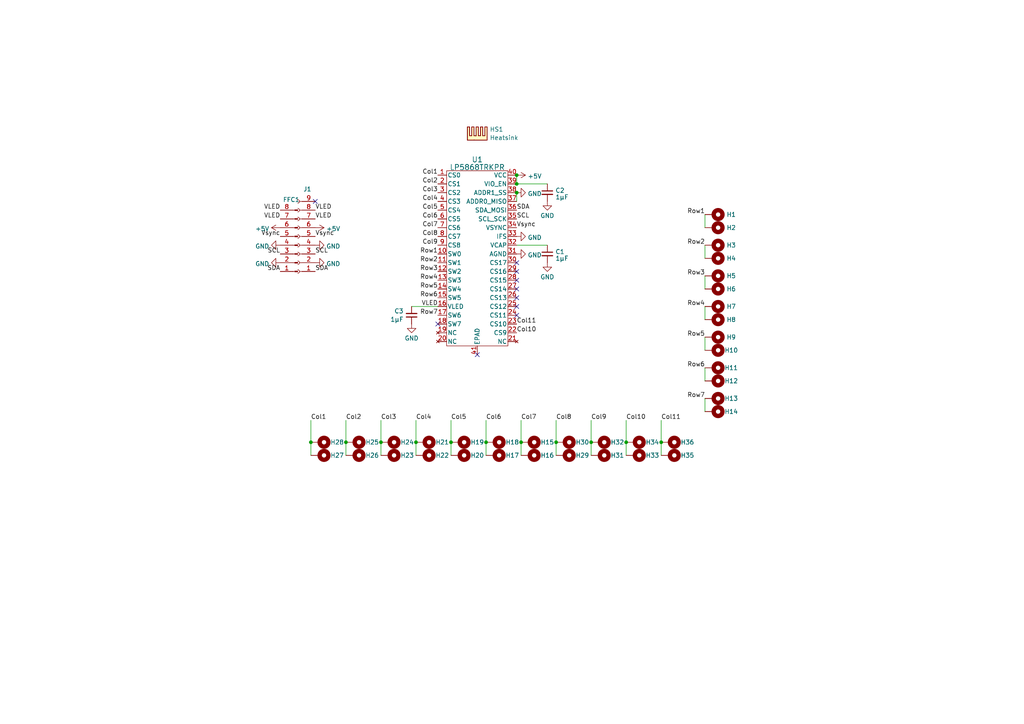
<source format=kicad_sch>
(kicad_sch (version 20231120) (generator "eeschema") (generator_version "8.0")
  (paper "A4")
  (lib_symbols
    (symbol "Connector:Conn_01x08_Pin" (pin_names (offset 1.016) hide)
      (property "Reference" "J" (at 0 10.16 0))
      (property "Value" "Conn_01x08_Pin" (at 0 -12.7 0))
      (symbol "Conn_01x08_Pin_1_1"
        (polyline (pts (xy 1.27 -10.16) (xy 0.8636 -10.16)) (stroke (width 0.1524)))
        (polyline (pts (xy 1.27 -7.62) (xy 0.8636 -7.62)) (stroke (width 0.1524)))
        (polyline (pts (xy 1.27 -5.08) (xy 0.8636 -5.08)) (stroke (width 0.1524)))
        (polyline (pts (xy 1.27 -2.54) (xy 0.8636 -2.54)) (stroke (width 0.1524)))
        (polyline (pts (xy 1.27 0) (xy 0.8636 0)) (stroke (width 0.1524)))
        (polyline (pts (xy 1.27 2.54) (xy 0.8636 2.54)) (stroke (width 0.1524)))
        (polyline (pts (xy 1.27 5.08) (xy 0.8636 5.08)) (stroke (width 0.1524)))
        (polyline (pts (xy 1.27 7.62) (xy 0.8636 7.62)) (stroke (width 0.1524)))
        (rectangle (start 0.8636 -10.033) (end 0 -10.287) (stroke (width 0.1524)) (fill (type outline)))
        (rectangle (start 0.8636 -7.493) (end 0 -7.747) (stroke (width 0.1524)) (fill (type outline)))
        (rectangle (start 0.8636 -4.953) (end 0 -5.207) (stroke (width 0.1524)) (fill (type outline)))
        (rectangle (start 0.8636 -2.413) (end 0 -2.667) (stroke (width 0.1524)) (fill (type outline)))
        (rectangle (start 0.8636 0.127) (end 0 -0.127) (stroke (width 0.1524)) (fill (type outline)))
        (rectangle (start 0.8636 2.667) (end 0 2.413) (stroke (width 0.1524)) (fill (type outline)))
        (rectangle (start 0.8636 5.207) (end 0 4.953) (stroke (width 0.1524)) (fill (type outline)))
        (rectangle (start 0.8636 7.747) (end 0 7.493) (stroke (width 0.1524)) (fill (type outline)))
        (pin passive line (at 5.08 7.62 180) (length 3.81) (name "Pin_1") (number "1"))
        (pin passive line (at 5.08 5.08 180) (length 3.81) (name "Pin_2") (number "2"))
        (pin passive line (at 5.08 2.54 180) (length 3.81) (name "Pin_3") (number "3"))
        (pin passive line (at 5.08 0 180) (length 3.81) (name "Pin_4") (number "4"))
        (pin passive line (at 5.08 -2.54 180) (length 3.81) (name "Pin_5") (number "5"))
        (pin passive line (at 5.08 -5.08 180) (length 3.81) (name "Pin_6") (number "6"))
        (pin passive line (at 5.08 -7.62 180) (length 3.81) (name "Pin_7") (number "7"))
        (pin passive line (at 5.08 -10.16 180) (length 3.81) (name "Pin_8") (number "8"))
      )
    )
    (symbol "Connector:Conn_01x09_Socket" (pin_names (offset 1.016) hide)
      (property "Reference" "J" (at 0 12.7 0))
      (property "Value" "Conn_01x09_Socket" (at 0 -12.7 0))
      (symbol "Conn_01x09_Socket_1_1"
        (arc (start 0 -9.652) (mid -0.5058 -10.16) (end 0 -10.668) (stroke (width 0.1524)))
        (arc (start 0 -7.112) (mid -0.5058 -7.62) (end 0 -8.128) (stroke (width 0.1524)))
        (arc (start 0 -4.572) (mid -0.5058 -5.08) (end 0 -5.588) (stroke (width 0.1524)))
        (arc (start 0 -2.032) (mid -0.5058 -2.54) (end 0 -3.048) (stroke (width 0.1524)))
        (polyline (pts (xy -1.27 -10.16) (xy -0.508 -10.16)) (stroke (width 0.1524)))
        (polyline (pts (xy -1.27 -7.62) (xy -0.508 -7.62)) (stroke (width 0.1524)))
        (polyline (pts (xy -1.27 -5.08) (xy -0.508 -5.08)) (stroke (width 0.1524)))
        (polyline (pts (xy -1.27 -2.54) (xy -0.508 -2.54)) (stroke (width 0.1524)))
        (polyline (pts (xy -1.27 0) (xy -0.508 0)) (stroke (width 0.1524)))
        (polyline (pts (xy -1.27 2.54) (xy -0.508 2.54)) (stroke (width 0.1524)))
        (polyline (pts (xy -1.27 5.08) (xy -0.508 5.08)) (stroke (width 0.1524)))
        (polyline (pts (xy -1.27 7.62) (xy -0.508 7.62)) (stroke (width 0.1524)))
        (polyline (pts (xy -1.27 10.16) (xy -0.508 10.16)) (stroke (width 0.1524)))
        (arc (start 0 0.508) (mid -0.5058 0) (end 0 -0.508) (stroke (width 0.1524)))
        (arc (start 0 3.048) (mid -0.5058 2.54) (end 0 2.032) (stroke (width 0.1524)))
        (arc (start 0 5.588) (mid -0.5058 5.08) (end 0 4.572) (stroke (width 0.1524)))
        (arc (start 0 8.128) (mid -0.5058 7.62) (end 0 7.112) (stroke (width 0.1524)))
        (arc (start 0 10.668) (mid -0.5058 10.16) (end 0 9.652) (stroke (width 0.1524)))
        (pin passive line (at -5.08 10.16 0) (length 3.81) (name "Pin_1") (number "1"))
        (pin passive line (at -5.08 7.62 0) (length 3.81) (name "Pin_2") (number "2"))
        (pin passive line (at -5.08 5.08 0) (length 3.81) (name "Pin_3") (number "3"))
        (pin passive line (at -5.08 2.54 0) (length 3.81) (name "Pin_4") (number "4"))
        (pin passive line (at -5.08 0 0) (length 3.81) (name "Pin_5") (number "5"))
        (pin passive line (at -5.08 -2.54 0) (length 3.81) (name "Pin_6") (number "6"))
        (pin passive line (at -5.08 -5.08 0) (length 3.81) (name "Pin_7") (number "7"))
        (pin passive line (at -5.08 -7.62 0) (length 3.81) (name "Pin_8") (number "8"))
        (pin passive line (at -5.08 -10.16 0) (length 3.81) (name "Pin_9") (number "9"))
      )
    )
    (symbol "Custom:LP5868T" (pin_names (offset 0.254))
      (property "Reference" "U" (at 30.48 10.16 0))
      (property "Value" "LMX2582RHAT" (at 30.48 7.62 0))
      (symbol "LP5868T_1_1"
        (rectangle (start 7.62 1.27) (end 25.4 -49.53))
        (pin output line (at 5.08 0 0) (length 2.54) (name "CS0") (number "1"))
        (pin output line (at 5.08 -22.86 0) (length 2.54) (name "SW0") (number "10"))
        (pin output line (at 5.08 -25.4 0) (length 2.54) (name "SW1") (number "11"))
        (pin output line (at 5.08 -27.94 0) (length 2.54) (name "SW2") (number "12"))
        (pin output line (at 5.08 -30.48 0) (length 2.54) (name "SW3") (number "13"))
        (pin output line (at 5.08 -33.02 0) (length 2.54) (name "SW4") (number "14"))
        (pin output line (at 5.08 -35.56 0) (length 2.54) (name "SW5") (number "15"))
        (pin power_in line (at 5.08 -38.1 0) (length 2.54) (name "VLED") (number "16"))
        (pin output line (at 5.08 -40.64 0) (length 2.54) (name "SW6") (number "17"))
        (pin output line (at 5.08 -43.18 0) (length 2.54) (name "SW7") (number "18"))
        (pin no_connect line (at 5.08 -45.72 0) (length 2.54) (name "NC") (number "19"))
        (pin output line (at 5.08 -2.54 0) (length 2.54) (name "CS1") (number "2"))
        (pin no_connect line (at 5.08 -48.26 0) (length 2.54) (name "NC") (number "20"))
        (pin no_connect line (at 27.94 -48.26 180) (length 2.54) (name "NC") (number "21"))
        (pin output line (at 27.94 -45.72 180) (length 2.54) (name "CS9") (number "22"))
        (pin output line (at 27.94 -43.18 180) (length 2.54) (name "CS10") (number "23"))
        (pin output line (at 27.94 -40.64 180) (length 2.54) (name "CS11") (number "24"))
        (pin output line (at 27.94 -38.1 180) (length 2.54) (name "CS12") (number "25"))
        (pin output line (at 27.94 -35.56 180) (length 2.54) (name "CS13") (number "26"))
        (pin output line (at 27.94 -33.02 180) (length 2.54) (name "CS14") (number "27"))
        (pin output line (at 27.94 -30.48 180) (length 2.54) (name "CS15") (number "28"))
        (pin output line (at 27.94 -27.94 180) (length 2.54) (name "CS16") (number "29"))
        (pin output line (at 5.08 -5.08 0) (length 2.54) (name "CS2") (number "3"))
        (pin output line (at 27.94 -25.4 180) (length 2.54) (name "CS17") (number "30"))
        (pin power_in line (at 27.94 -22.86 180) (length 2.54) (name "AGND") (number "31"))
        (pin output line (at 27.94 -20.32 180) (length 2.54) (name "VCAP") (number "32"))
        (pin input line (at 27.94 -17.78 180) (length 2.54) (name "IFS") (number "33"))
        (pin input line (at 27.94 -15.24 180) (length 2.54) (name "VSYNC") (number "34"))
        (pin input line (at 27.94 -12.7 180) (length 2.54) (name "SCL_SCK") (number "35"))
        (pin bidirectional line (at 27.94 -10.16 180) (length 2.54) (name "SDA_MOSI") (number "36"))
        (pin bidirectional line (at 27.94 -7.62 180) (length 2.54) (name "ADDR0_MISO") (number "37"))
        (pin input line (at 27.94 -5.08 180) (length 2.54) (name "ADDR1_SS") (number "38"))
        (pin power_in line (at 27.94 -2.54 180) (length 2.54) (name "VIO_EN") (number "39"))
        (pin output line (at 5.08 -7.62 0) (length 2.54) (name "CS3") (number "4"))
        (pin power_in line (at 27.94 0 180) (length 2.54) (name "VCC") (number "40"))
        (pin power_in line (at 16.51 -52.07 90) (length 2.54) (name "EPAD") (number "41"))
        (pin output line (at 5.08 -10.16 0) (length 2.54) (name "CS4") (number "5"))
        (pin output line (at 5.08 -12.7 0) (length 2.54) (name "CS5") (number "6"))
        (pin output line (at 5.08 -15.24 0) (length 2.54) (name "CS6") (number "7"))
        (pin output line (at 5.08 -17.78 0) (length 2.54) (name "CS7") (number "8"))
        (pin output line (at 5.08 -20.32 0) (length 2.54) (name "CS8") (number "9"))
      )
    )
    (symbol "Device:C_Small" (pin_numbers hide) (pin_names (offset 0.254) hide)
      (property "Reference" "C" (at 0.254 1.778 0))
      (property "Value" "C_Small" (at 0.254 -2.032 0))
      (symbol "C_Small_0_1"
        (polyline (pts (xy -1.524 -0.508) (xy 1.524 -0.508)) (stroke (width 0.3302)))
        (polyline (pts (xy -1.524 0.508) (xy 1.524 0.508)) (stroke (width 0.3048)))
      )
      (symbol "C_Small_1_1"
        (pin passive line (at 0 2.54 270) (length 2.032) (name "~") (number "1"))
        (pin passive line (at 0 -2.54 90) (length 2.032) (name "~") (number "2"))
      )
    )
    (symbol "Mechanical:Heatsink" (pin_names (offset 1.016)) (exclude_from_sim yes)
      (property "Reference" "HS" (at 0 5.08 0))
      (property "Value" "Heatsink" (at 0 -1.27 0))
      (symbol "Heatsink_0_1"
        (polyline (pts (xy -0.3302 1.27) (xy -0.9652 1.27) (xy -0.9652 3.81) (xy -1.6002 3.81) (xy -1.6002 1.27) (xy -2.2352 1.27) (xy -2.2352 3.81) (xy -2.8702 3.81) (xy -2.8702 0) (xy -0.9652 0)) (stroke (width 0.254)) (fill (type background)))
        (polyline (pts (xy -0.3302 1.27) (xy -0.3302 3.81) (xy 0.3048 3.81) (xy 0.3048 1.27) (xy 0.9398 1.27) (xy 0.9398 3.81) (xy 1.5748 3.81) (xy 1.5748 1.27) (xy 2.2098 1.27) (xy 2.2098 3.81) (xy 2.8448 3.81) (xy 2.8448 0) (xy -0.9652 0)) (stroke (width 0.254)) (fill (type background)))
      )
    )
    (symbol "Mechanical:MountingHole_Pad" (pin_numbers hide) (pin_names (offset 1.016) hide)
      (property "Reference" "H" (at 0 6.35 0))
      (property "Value" "MountingHole_Pad" (at 0 4.445 0))
      (symbol "MountingHole_Pad_0_1"
        (circle (center 0 1.27) (radius 1.27) (stroke (width 1.27)))
      )
      (symbol "MountingHole_Pad_1_1"
        (pin input line (at 0 -2.54 90) (length 2.54) (name "1") (number "1"))
      )
    )
    (symbol "power:+5V" (power) (pin_names (offset 0))
      (property "Value" "+5V" (at 0 3.556 0))
      (symbol "+5V_0_1"
        (polyline (pts (xy -0.762 1.27) (xy 0 2.54)))
        (polyline (pts (xy 0 0) (xy 0 2.54)))
        (polyline (pts (xy 0 2.54) (xy 0.762 1.27)))
      )
      (symbol "+5V_1_1"
        (pin power_in line (at 0 0 90) (length 0) hide (name "+5V") (number "1"))
      )
    )
    (symbol "power:GND" (power) (pin_names (offset 0))
      (property "Value" "GND" (at 0 -3.81 0))
      (symbol "GND_0_1"
        (polyline (pts (xy 0 0) (xy 0 -1.27) (xy 1.27 -1.27) (xy 0 -2.54) (xy -1.27 -1.27) (xy 0 -1.27)))
      )
      (symbol "GND_1_1"
        (pin power_in line (at 0 0 270) (length 0) hide (name "GND") (number "1"))
      )
    )
  )
  (junction (at 149.86 55.88))
  (junction (at 120.65 128.27))
  (junction (at 130.81 128.27))
  (junction (at 151.13 128.27))
  (junction (at 149.86 50.8))
  (junction (at 149.86 53.34))
  (junction (at 191.77 128.27))
  (junction (at 100.33 128.27))
  (junction (at 140.97 128.27))
  (junction (at 171.45 128.27))
  (junction (at 90.17 128.27))
  (junction (at 181.61 128.27))
  (junction (at 110.49 128.27))
  (junction (at 161.29 128.27))
  (no_connect (at 149.86 91.44))
  (no_connect (at 149.86 81.28))
  (no_connect (at 149.86 86.36))
  (no_connect (at 149.86 83.82))
  (no_connect (at 149.86 88.9))
  (no_connect (at 149.86 76.2))
  (no_connect (at 91.44 58.42))
  (no_connect (at 127 93.98))
  (no_connect (at 149.86 78.74))
  (no_connect (at 138.43 102.87))
  (wire (pts (xy 204.47 97.79) (xy 204.47 101.6)))
  (wire (pts (xy 204.47 115.57) (xy 204.47 119.38)))
  (wire (pts (xy 100.33 128.27) (xy 100.33 132.08)))
  (wire (pts (xy 149.86 50.8) (xy 149.86 53.34)))
  (wire (pts (xy 110.49 121.92) (xy 110.49 128.27)))
  (wire (pts (xy 149.86 55.88) (xy 149.86 58.42)))
  (wire (pts (xy 151.13 128.27) (xy 151.13 132.08)))
  (wire (pts (xy 204.47 71.12) (xy 204.47 74.93)))
  (wire (pts (xy 130.81 128.27) (xy 130.81 132.08)))
  (wire (pts (xy 204.47 62.23) (xy 204.47 66.04)))
  (wire (pts (xy 191.77 121.92) (xy 191.77 128.27)))
  (wire (pts (xy 120.65 121.92) (xy 120.65 128.27)))
  (wire (pts (xy 171.45 128.27) (xy 171.45 132.08)))
  (wire (pts (xy 149.86 53.34) (xy 158.75 53.34)))
  (wire (pts (xy 161.29 128.27) (xy 161.29 132.08)))
  (wire (pts (xy 140.97 128.27) (xy 140.97 132.08)))
  (wire (pts (xy 204.47 106.68) (xy 204.47 110.49)))
  (wire (pts (xy 100.33 121.92) (xy 100.33 128.27)))
  (wire (pts (xy 90.17 121.92) (xy 90.17 128.27)))
  (wire (pts (xy 90.17 128.27) (xy 90.17 132.08)))
  (wire (pts (xy 130.81 121.92) (xy 130.81 128.27)))
  (wire (pts (xy 181.61 121.92) (xy 181.61 128.27)))
  (wire (pts (xy 191.77 128.27) (xy 191.77 132.08)))
  (wire (pts (xy 204.47 88.9) (xy 204.47 92.71)))
  (wire (pts (xy 120.65 128.27) (xy 120.65 132.08)))
  (wire (pts (xy 204.47 80.01) (xy 204.47 83.82)))
  (wire (pts (xy 119.38 88.9) (xy 127 88.9)))
  (wire (pts (xy 181.61 128.27) (xy 181.61 132.08)))
  (wire (pts (xy 140.97 121.92) (xy 140.97 128.27)))
  (wire (pts (xy 149.86 71.12) (xy 158.75 71.12)))
  (wire (pts (xy 151.13 121.92) (xy 151.13 128.27)))
  (wire (pts (xy 161.29 121.92) (xy 161.29 128.27)))
  (wire (pts (xy 171.45 121.92) (xy 171.45 128.27)))
  (wire (pts (xy 110.49 128.27) (xy 110.49 132.08)))
  (label "Row7" (at 127 91.44 180))
  (label "SCL" (at 149.86 63.5 0))
  (label "Vsync" (at 149.86 66.04 0))
  (label "Col5" (at 127 60.96 180))
  (label "Col9" (at 171.45 121.92 0))
  (label "VLED" (at 81.28 63.5 180))
  (label "Col4" (at 120.65 121.92 0))
  (label "SDA" (at 81.28 78.74 180))
  (label "Vsync" (at 81.28 68.58 180))
  (label "Col3" (at 110.49 121.92 0))
  (label "Col3" (at 127 55.88 180))
  (label "Row3" (at 127 78.74 180))
  (label "SDA" (at 149.86 60.96 0))
  (label "VLED" (at 127 88.9 180))
  (label "VLED" (at 91.44 60.96 0))
  (label "Col10" (at 181.61 121.92 0))
  (label "SCL" (at 81.28 73.66 180))
  (label "Col1" (at 90.17 121.92 0))
  (label "Col5" (at 130.81 121.92 0))
  (label "VLED" (at 91.44 63.5 0))
  (label "Row1" (at 204.47 62.23 180))
  (label "Col7" (at 151.13 121.92 0))
  (label "Col6" (at 140.97 121.92 0))
  (label "VLED" (at 81.28 60.96 180))
  (label "Row6" (at 204.47 106.68 180))
  (label "Col1" (at 127 50.8 180))
  (label "Col4" (at 127 58.42 180))
  (label "Row5" (at 127 83.82 180))
  (label "Row1" (at 127 73.66 180))
  (label "Col2" (at 100.33 121.92 0))
  (label "Col11" (at 191.77 121.92 0))
  (label "Row4" (at 204.47 88.9 180))
  (label "Col9" (at 127 71.12 180))
  (label "Row3" (at 204.47 80.01 180))
  (label "Row5" (at 204.47 97.79 180))
  (label "Col7" (at 127 66.04 180))
  (label "SDA" (at 91.44 78.74 0))
  (label "Row2" (at 204.47 71.12 180))
  (label "Col8" (at 127 68.58 180))
  (label "Col11" (at 149.86 93.98 0))
  (label "SCL" (at 91.44 73.66 0))
  (label "Row6" (at 127 86.36 180))
  (label "Row2" (at 127 76.2 180))
  (label "Row7" (at 204.47 115.57 180))
  (label "Row4" (at 127 81.28 180))
  (label "Col8" (at 161.29 121.92 0))
  (label "Col2" (at 127 53.34 180))
  (label "Col6" (at 127 63.5 180))
  (label "Col10" (at 149.86 96.52 0))
  (label "Vsync" (at 91.44 68.58 0))
  (symbol (lib_id "Mechanical:MountingHole_Pad") (at 133.35 132.08 270) (mirror x) (unit 1)
    (property "Reference" "H20" (at 138.43 132.08 90))
    (property "Value" "Via Pad" (effects (hide yes)))
    (property "Footprint" "Custom footprints:Column Via" (effects (hide yes)))
  )
  (symbol (lib_id "Mechanical:MountingHole_Pad") (at 102.87 132.08 270) (mirror x) (unit 1)
    (property "Reference" "H26" (at 107.95 132.08 90))
    (property "Value" "Via Pad" (effects (hide yes)))
    (property "Footprint" "Custom footprints:Column Via" (effects (hide yes)))
  )
  (symbol (lib_id "Mechanical:MountingHole_Pad") (at 143.51 128.27 270) (mirror x) (unit 1)
    (property "Reference" "H18" (at 148.59 128.27 90))
    (property "Value" "Via Pad" (effects (hide yes)))
    (property "Footprint" "Custom footprints:Column Via" (effects (hide yes)))
  )
  (symbol (lib_id "Mechanical:MountingHole_Pad") (at 123.19 132.08 270) (mirror x) (unit 1)
    (property "Reference" "H22" (at 128.27 132.08 90))
    (property "Value" "Via Pad" (effects (hide yes)))
    (property "Footprint" "Custom footprints:Column Via" (effects (hide yes)))
  )
  (symbol (lib_id "power:GND") (at 149.86 73.66 90) (unit 1)
    (property "Reference" "#PWR08" (effects (hide yes)))
    (property "Value" "GND" (at 153.035 73.9768 90) (effects (justify right)))
  )
  (symbol (lib_id "Mechanical:MountingHole_Pad") (at 207.01 115.57 270) (mirror x) (unit 1)
    (property "Reference" "H13" (at 212.09 115.57 90))
    (property "Value" "Via Pad" (effects (hide yes)))
    (property "Footprint" "Custom footprints:Column Via" (effects (hide yes)))
  )
  (symbol (lib_id "Mechanical:MountingHole_Pad") (at 184.15 128.27 270) (mirror x) (unit 1)
    (property "Reference" "H34" (at 189.23 128.27 90))
    (property "Value" "Via Pad" (effects (hide yes)))
    (property "Footprint" "Custom footprints:Column Via" (effects (hide yes)))
  )
  (symbol (lib_id "power:GND") (at 149.86 68.58 90) (unit 1)
    (property "Reference" "#PWR05" (effects (hide yes)))
    (property "Value" "GND" (at 153.035 68.8968 90) (effects (justify right)))
  )
  (symbol (lib_id "Mechanical:MountingHole_Pad") (at 194.31 132.08 270) (mirror x) (unit 1)
    (property "Reference" "H35" (at 199.39 132.08 90))
    (property "Value" "Via Pad" (effects (hide yes)))
    (property "Footprint" "Custom footprints:Column Via" (effects (hide yes)))
  )
  (symbol (lib_id "power:+5V") (at 149.86 50.8 270) (unit 1)
    (property "Reference" "#PWR01" (effects (hide yes)))
    (property "Value" "+5V" (at 153.035 51.1168 90) (effects (justify left)))
  )
  (symbol (lib_id "Mechanical:MountingHole_Pad") (at 173.99 128.27 270) (mirror x) (unit 1)
    (property "Reference" "H32" (at 179.07 128.27 90))
    (property "Value" "Via Pad" (effects (hide yes)))
    (property "Footprint" "Custom footprints:Column Via" (effects (hide yes)))
  )
  (symbol (lib_id "power:+5V") (at 81.28 66.04 90) (mirror x) (unit 1)
    (property "Reference" "#PWR03" (effects (hide yes)))
    (property "Value" "+5V" (at 78.105 66.3568 90) (effects (justify left)))
  )
  (symbol (lib_id "Mechanical:MountingHole_Pad") (at 102.87 128.27 270) (mirror x) (unit 1)
    (property "Reference" "H25" (at 107.95 128.27 90))
    (property "Value" "Via Pad" (effects (hide yes)))
    (property "Footprint" "Custom footprints:Column Via" (effects (hide yes)))
  )
  (symbol (lib_id "power:+5V") (at 91.44 66.04 270) (unit 1)
    (property "Reference" "#PWR04" (effects (hide yes)))
    (property "Value" "+5V" (at 94.615 66.3568 90) (effects (justify left)))
  )
  (symbol (lib_id "Device:C_Small") (at 158.75 55.88 0) (unit 1)
    (property "Reference" "C2" (at 161.0741 55.2426 0) (effects (justify left)))
    (property "Value" "1µF" (at 161.0741 57.1636 0) (effects (justify left)))
    (property "Footprint" "Capacitor_SMD:C_0402_1005Metric" (effects (hide yes)))
    (property "Datasheet" "https://mm.digikey.com/Volume0/opasdata/d220001/medias/docus/41/CL05A105KA5NQNC.pdf" (effects (hide yes)))
    (property "Description" "CAP CER 1UF 25V X5R 0402" (effects (hide yes)))
    (property "Manufacturer" "Samsung Electro-Mechanics" (effects (hide yes)))
    (property "Part" "CL05A105KA5NQNC" (effects (hide yes)))
  )
  (symbol (lib_id "power:GND") (at 149.86 55.88 90) (unit 1)
    (property "Reference" "#PWR02" (effects (hide yes)))
    (property "Value" "GND" (at 153.035 56.1968 90) (effects (justify right)))
  )
  (symbol (lib_id "Mechanical:MountingHole_Pad") (at 133.35 128.27 270) (mirror x) (unit 1)
    (property "Reference" "H19" (at 138.43 128.27 90))
    (property "Value" "Via Pad" (effects (hide yes)))
    (property "Footprint" "Custom footprints:Column Via" (effects (hide yes)))
  )
  (symbol (lib_id "Mechanical:MountingHole_Pad") (at 123.19 128.27 270) (mirror x) (unit 1)
    (property "Reference" "H21" (at 128.27 128.27 90))
    (property "Value" "Via Pad" (effects (hide yes)))
    (property "Footprint" "Custom footprints:Column Via" (effects (hide yes)))
  )
  (symbol (lib_id "Mechanical:MountingHole_Pad") (at 207.01 101.6 270) (mirror x) (unit 1)
    (property "Reference" "H10" (at 212.09 101.6 90))
    (property "Value" "Via Pad" (effects (hide yes)))
    (property "Footprint" "Custom footprints:Column Via" (effects (hide yes)))
  )
  (symbol (lib_id "Mechanical:MountingHole_Pad") (at 207.01 106.68 270) (mirror x) (unit 1)
    (property "Reference" "H11" (at 212.09 106.68 90))
    (property "Value" "Via Pad" (effects (hide yes)))
    (property "Footprint" "Custom footprints:Column Via" (effects (hide yes)))
  )
  (symbol (lib_id "Mechanical:MountingHole_Pad") (at 207.01 92.71 270) (mirror x) (unit 1)
    (property "Reference" "H8" (at 212.09 92.71 90))
    (property "Value" "Via Pad" (effects (hide yes)))
    (property "Footprint" "Custom footprints:Column Via" (effects (hide yes)))
  )
  (symbol (lib_id "Mechanical:MountingHole_Pad") (at 92.71 128.27 270) (mirror x) (unit 1)
    (property "Reference" "H28" (at 97.79 128.27 90))
    (property "Value" "Via Pad" (effects (hide yes)))
    (property "Footprint" "Custom footprints:Column Via" (effects (hide yes)))
  )
  (symbol (lib_id "Mechanical:MountingHole_Pad") (at 207.01 62.23 270) (mirror x) (unit 1)
    (property "Reference" "H1" (at 212.09 62.23 90))
    (property "Value" "Via Pad" (effects (hide yes)))
    (property "Footprint" "Custom footprints:Column Via" (effects (hide yes)))
  )
  (symbol (lib_id "Mechanical:MountingHole_Pad") (at 207.01 66.04 270) (mirror x) (unit 1)
    (property "Reference" "H2" (at 212.09 66.04 90))
    (property "Value" "Via Pad" (effects (hide yes)))
    (property "Footprint" "Custom footprints:Column Via" (effects (hide yes)))
  )
  (symbol (lib_id "power:GND") (at 119.38 93.98 0) (unit 1)
    (property "Reference" "#PWR013" (effects (hide yes)))
    (property "Value" "GND" (at 119.38 98.1155 0))
  )
  (symbol (lib_id "Mechanical:MountingHole_Pad") (at 194.31 128.27 270) (mirror x) (unit 1)
    (property "Reference" "H36" (at 199.39 128.27 90))
    (property "Value" "Via Pad" (effects (hide yes)))
    (property "Footprint" "Custom footprints:Column Via" (effects (hide yes)))
  )
  (symbol (lib_id "Mechanical:MountingHole_Pad") (at 143.51 132.08 270) (mirror x) (unit 1)
    (property "Reference" "H17" (at 148.59 132.08 90))
    (property "Value" "Via Pad" (effects (hide yes)))
    (property "Footprint" "Custom footprints:Column Via" (effects (hide yes)))
  )
  (symbol (lib_id "Device:C_Small") (at 119.38 91.44 0) (mirror x) (unit 1)
    (property "Reference" "C3" (at 117.0559 90.2214 0) (effects (justify right)))
    (property "Value" "1µF" (at 117.0559 92.6457 0) (effects (justify right)))
    (property "Footprint" "Capacitor_SMD:C_0402_1005Metric" (effects (hide yes)))
    (property "Datasheet" "https://mm.digikey.com/Volume0/opasdata/d220001/medias/docus/41/CL05A105KA5NQNC.pdf" (effects (hide yes)))
    (property "Description" "CAP CER 1UF 25V X5R 0402" (effects (hide yes)))
    (property "Manufacturer" "Samsung Electro-Mechanics" (effects (hide yes)))
    (property "Part" "CL05A105KA5NQNC" (effects (hide yes)))
  )
  (symbol (lib_id "power:GND") (at 81.28 76.2 270) (mirror x) (unit 1)
    (property "Reference" "#PWR09" (effects (hide yes)))
    (property "Value" "GND" (at 78.105 76.5168 90) (effects (justify right)))
  )
  (symbol (lib_id "Mechanical:MountingHole_Pad") (at 207.01 83.82 270) (mirror x) (unit 1)
    (property "Reference" "H6" (at 212.09 83.82 90))
    (property "Value" "Via Pad" (effects (hide yes)))
    (property "Footprint" "Custom footprints:Column Via" (effects (hide yes)))
  )
  (symbol (lib_id "Connector:Conn_01x09_Socket") (at 86.36 68.58 180) (unit 1)
    (property "Reference" "J1" (at 89.154 54.864 0))
    (property "Value" "0525590870" (effects (hide yes)))
    (property "Footprint" "Custom:CON_525590870_MOL - 8x ribbon vert" (effects (hide yes)))
    (property "Datasheet" "https://www.molex.com/en-us/products/part-detail/525590870?display=pdf" (effects (hide yes)))
    (property "Description" "CONN FFC FPC VERT 8POS 0.5MM SMD" (effects (hide yes)))
    (property "Manufacturer" "Molex" (effects (hide yes)))
    (property "Part" "0525590870" (effects (hide yes)))
  )
  (symbol (lib_id "Mechanical:MountingHole_Pad") (at 92.71 132.08 270) (mirror x) (unit 1)
    (property "Reference" "H27" (at 97.79 132.08 90))
    (property "Value" "Via Pad" (effects (hide yes)))
    (property "Footprint" "Custom footprints:Column Via" (effects (hide yes)))
  )
  (symbol (lib_id "Mechanical:MountingHole_Pad") (at 184.15 132.08 270) (mirror x) (unit 1)
    (property "Reference" "H33" (at 189.23 132.08 90))
    (property "Value" "Via Pad" (effects (hide yes)))
    (property "Footprint" "Custom footprints:Column Via" (effects (hide yes)))
  )
  (symbol (lib_id "Custom:LP5868T") (at 121.92 50.8 0) (unit 1)
    (property "Reference" "U1" (at 138.43 46.2739 0) (effects (font (size 1.524 1.524))))
    (property "Value" "LP5868TRKPR" (at 138.43 48.5281 0) (effects (font (size 1.524 1.524))))
    (property "Footprint" "Custom:VQFN40-RKP_TEX" (effects (hide yes)))
    (property "Datasheet" "https://www.ti.com/lit/ds/symlink/lp5868t.pdf" (effects (hide yes)))
    (property "Description" "8 X 18 HIGH-CURRENT LED MATRIX D" (effects (hide yes)))
    (property "Manufacturer" "Texas Instruments " (effects (hide yes)))
    (property "Part" "LP5868TRKPR " (effects (hide yes)))
  )
  (symbol (lib_id "Mechanical:MountingHole_Pad") (at 113.03 128.27 270) (mirror x) (unit 1)
    (property "Reference" "H24" (at 118.11 128.27 90))
    (property "Value" "Via Pad" (effects (hide yes)))
    (property "Footprint" "Custom footprints:Column Via" (effects (hide yes)))
  )
  (symbol (lib_id "Mechanical:MountingHole_Pad") (at 207.01 71.12 270) (mirror x) (unit 1)
    (property "Reference" "H3" (at 212.09 71.12 90))
    (property "Value" "Via Pad" (effects (hide yes)))
    (property "Footprint" "Custom footprints:Column Via" (effects (hide yes)))
  )
  (symbol (lib_id "Device:C_Small") (at 158.75 73.66 0) (unit 1)
    (property "Reference" "C1" (at 161.0741 73.0226 0) (effects (justify left)))
    (property "Value" "1µF" (at 161.0741 74.9436 0) (effects (justify left)))
    (property "Footprint" "Capacitor_SMD:C_0402_1005Metric" (effects (hide yes)))
    (property "Datasheet" "https://mm.digikey.com/Volume0/opasdata/d220001/medias/docus/41/CL05A105KA5NQNC.pdf" (effects (hide yes)))
    (property "Description" "CAP CER 1UF 25V X5R 0402" (effects (hide yes)))
    (property "Manufacturer" "Samsung Electro-Mechanics" (effects (hide yes)))
    (property "Part" "CL05A105KA5NQNC" (effects (hide yes)))
  )
  (symbol (lib_id "Mechanical:Heatsink") (at 138.43 40.64 0) (unit 1) (exclude_from_sim yes)
    (property "Reference" "HS1" (at 142.0368 37.5228 0) (effects (justify left)))
    (property "Value" "Heatsink" (at 142.0368 39.9471 0) (effects (justify left)))
    (property "Footprint" "Custom:heatsink" (effects (hide yes)))
    (property "Datasheet" "http://www.assmann-wsw.com/uploads/datasheets/ASS_0874_HS.pdf" (effects (hide yes)))
    (property "Description" "Heat Sink Assorted (BGA, LGA, CPU, ASIC...) Aluminum Alloy Top Mount" (effects (hide yes)))
    (property "Manufacturer" "Assmann WSW Components" (effects (hide yes)))
    (property "Part" "V2016B" (effects (hide yes)))
  )
  (symbol (lib_id "Mechanical:MountingHole_Pad") (at 207.01 88.9 270) (mirror x) (unit 1)
    (property "Reference" "H7" (at 212.09 88.9 90))
    (property "Value" "Via Pad" (effects (hide yes)))
    (property "Footprint" "Custom footprints:Column Via" (effects (hide yes)))
  )
  (symbol (lib_id "Mechanical:MountingHole_Pad") (at 163.83 128.27 270) (mirror x) (unit 1)
    (property "Reference" "H30" (at 168.91 128.27 90))
    (property "Value" "Via Pad" (effects (hide yes)))
    (property "Footprint" "Custom footprints:Column Via" (effects (hide yes)))
  )
  (symbol (lib_id "Mechanical:MountingHole_Pad") (at 207.01 119.38 270) (mirror x) (unit 1)
    (property "Reference" "H14" (at 212.09 119.38 90))
    (property "Value" "Via Pad" (effects (hide yes)))
    (property "Footprint" "Custom footprints:Column Via" (effects (hide yes)))
  )
  (symbol (lib_id "Mechanical:MountingHole_Pad") (at 207.01 110.49 270) (mirror x) (unit 1)
    (property "Reference" "H12" (at 212.09 110.49 90))
    (property "Value" "Via Pad" (effects (hide yes)))
    (property "Footprint" "Custom footprints:Column Via" (effects (hide yes)))
  )
  (symbol (lib_id "power:GND") (at 158.75 76.2 0) (unit 1)
    (property "Reference" "#PWR011" (effects (hide yes)))
    (property "Value" "GND" (at 158.75 80.3355 0))
  )
  (symbol (lib_id "Mechanical:MountingHole_Pad") (at 153.67 132.08 270) (mirror x) (unit 1)
    (property "Reference" "H16" (at 158.75 132.08 90))
    (property "Value" "Via Pad" (effects (hide yes)))
    (property "Footprint" "Custom footprints:Column Via" (effects (hide yes)))
  )
  (symbol (lib_id "power:GND") (at 91.44 76.2 90) (unit 1)
    (property "Reference" "#PWR010" (effects (hide yes)))
    (property "Value" "GND" (at 94.615 76.5168 90) (effects (justify right)))
  )
  (symbol (lib_id "Mechanical:MountingHole_Pad") (at 163.83 132.08 270) (mirror x) (unit 1)
    (property "Reference" "H29" (at 168.91 132.08 90))
    (property "Value" "Via Pad" (effects (hide yes)))
    (property "Footprint" "Custom footprints:Column Via" (effects (hide yes)))
  )
  (symbol (lib_id "Mechanical:MountingHole_Pad") (at 173.99 132.08 270) (mirror x) (unit 1)
    (property "Reference" "H31" (at 179.07 132.08 90))
    (property "Value" "Via Pad" (effects (hide yes)))
    (property "Footprint" "Custom footprints:Column Via" (effects (hide yes)))
  )
  (symbol (lib_id "Mechanical:MountingHole_Pad") (at 113.03 132.08 270) (mirror x) (unit 1)
    (property "Reference" "H23" (at 118.11 132.08 90))
    (property "Value" "Via Pad" (effects (hide yes)))
    (property "Footprint" "Custom footprints:Column Via" (effects (hide yes)))
  )
  (symbol (lib_id "Mechanical:MountingHole_Pad") (at 207.01 80.01 270) (mirror x) (unit 1)
    (property "Reference" "H5" (at 212.09 80.01 90))
    (property "Value" "Via Pad" (effects (hide yes)))
    (property "Footprint" "Custom footprints:Column Via" (effects (hide yes)))
  )
  (symbol (lib_id "power:GND") (at 91.44 71.12 90) (unit 1)
    (property "Reference" "#PWR07" (effects (hide yes)))
    (property "Value" "GND" (at 94.615 71.4368 90) (effects (justify right)))
  )
  (symbol (lib_id "Mechanical:MountingHole_Pad") (at 153.67 128.27 270) (mirror x) (unit 1)
    (property "Reference" "H15" (at 158.75 128.27 90))
    (property "Value" "Via Pad" (effects (hide yes)))
    (property "Footprint" "Custom footprints:Column Via" (effects (hide yes)))
  )
  (symbol (lib_id "Mechanical:MountingHole_Pad") (at 207.01 74.93 270) (mirror x) (unit 1)
    (property "Reference" "H4" (at 212.09 74.93 90))
    (property "Value" "Via Pad" (effects (hide yes)))
    (property "Footprint" "Custom footprints:Column Via" (effects (hide yes)))
  )
  (symbol (lib_id "power:GND") (at 158.75 58.42 0) (unit 1)
    (property "Reference" "#PWR012" (effects (hide yes)))
    (property "Value" "GND" (at 158.75 62.5531 0))
  )
  (symbol (lib_id "power:GND") (at 81.28 71.12 270) (mirror x) (unit 1)
    (property "Reference" "#PWR06" (effects (hide yes)))
    (property "Value" "GND" (at 78.105 71.4368 90) (effects (justify right)))
  )
  (symbol (lib_id "Mechanical:MountingHole_Pad") (at 207.01 97.79 270) (mirror x) (unit 1)
    (property "Reference" "H9" (at 212.09 97.79 90))
    (property "Value" "Via Pad" (effects (hide yes)))
    (property "Footprint" "Custom footprints:Column Via" (effects (hide yes)))
  )
  (symbol (lib_id "Connector:Conn_01x08_Pin") (at 86.36 71.12 180) (unit 1) (on_board no)
    (property "Reference" "FFC1" (at 82.042 57.912 0) (effects (justify right)))
    (property "Value" "FFC" (effects (hide yes)))
    (property "Datasheet" "https://www.molex.com/content/dam/molex/molex-dot-com/products/automated/en-us/productspecificationpdf/151/15166/PS-15166-001-001.pdf?inline" (effects (hide yes)))
    (property "Description" "CABLE FFC/FPC 8POS 0.5MM 12\"" (effects (hide yes)))
    (property "Manufacturer" "Molex" (effects (hide yes)))
    (property "Part" "0151660093" (effects (hide yes)))
  )
)
</source>
